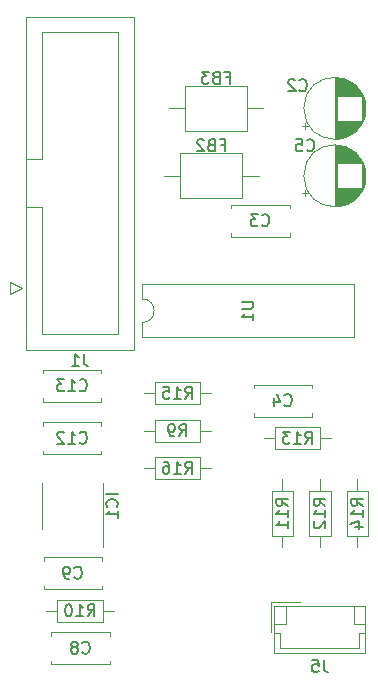
<source format=gbr>
%TF.GenerationSoftware,KiCad,Pcbnew,(5.1.10)-1*%
%TF.CreationDate,2022-02-04T18:44:23-05:00*%
%TF.ProjectId,BIGRIG_OUTPUT,42494752-4947-45f4-9f55-545055542e6b,rev?*%
%TF.SameCoordinates,Original*%
%TF.FileFunction,Legend,Bot*%
%TF.FilePolarity,Positive*%
%FSLAX46Y46*%
G04 Gerber Fmt 4.6, Leading zero omitted, Abs format (unit mm)*
G04 Created by KiCad (PCBNEW (5.1.10)-1) date 2022-02-04 18:44:23*
%MOMM*%
%LPD*%
G01*
G04 APERTURE LIST*
%ADD10C,0.120000*%
%ADD11C,0.150000*%
G04 APERTURE END LIST*
D10*
%TO.C,R15*%
X50470000Y-76835000D02*
X51420000Y-76835000D01*
X56210000Y-76835000D02*
X55260000Y-76835000D01*
X51420000Y-75915000D02*
X55260000Y-75915000D01*
X51420000Y-77755000D02*
X51420000Y-75915000D01*
X55260000Y-77755000D02*
X51420000Y-77755000D01*
X55260000Y-75915000D02*
X55260000Y-77755000D01*
%TO.C,C2*%
X64100225Y-54430000D02*
X64100225Y-53930000D01*
X63850225Y-54180000D02*
X64350225Y-54180000D01*
X69256000Y-52989000D02*
X69256000Y-52421000D01*
X69216000Y-53223000D02*
X69216000Y-52187000D01*
X69176000Y-53382000D02*
X69176000Y-52028000D01*
X69136000Y-53510000D02*
X69136000Y-51900000D01*
X69096000Y-53620000D02*
X69096000Y-51790000D01*
X69056000Y-53716000D02*
X69056000Y-51694000D01*
X69016000Y-53803000D02*
X69016000Y-51607000D01*
X68976000Y-53883000D02*
X68976000Y-51527000D01*
X68936000Y-51665000D02*
X68936000Y-51454000D01*
X68936000Y-53956000D02*
X68936000Y-53745000D01*
X68896000Y-51665000D02*
X68896000Y-51386000D01*
X68896000Y-54024000D02*
X68896000Y-53745000D01*
X68856000Y-51665000D02*
X68856000Y-51322000D01*
X68856000Y-54088000D02*
X68856000Y-53745000D01*
X68816000Y-51665000D02*
X68816000Y-51262000D01*
X68816000Y-54148000D02*
X68816000Y-53745000D01*
X68776000Y-51665000D02*
X68776000Y-51205000D01*
X68776000Y-54205000D02*
X68776000Y-53745000D01*
X68736000Y-51665000D02*
X68736000Y-51151000D01*
X68736000Y-54259000D02*
X68736000Y-53745000D01*
X68696000Y-51665000D02*
X68696000Y-51100000D01*
X68696000Y-54310000D02*
X68696000Y-53745000D01*
X68656000Y-51665000D02*
X68656000Y-51052000D01*
X68656000Y-54358000D02*
X68656000Y-53745000D01*
X68616000Y-51665000D02*
X68616000Y-51006000D01*
X68616000Y-54404000D02*
X68616000Y-53745000D01*
X68576000Y-51665000D02*
X68576000Y-50962000D01*
X68576000Y-54448000D02*
X68576000Y-53745000D01*
X68536000Y-51665000D02*
X68536000Y-50920000D01*
X68536000Y-54490000D02*
X68536000Y-53745000D01*
X68496000Y-51665000D02*
X68496000Y-50879000D01*
X68496000Y-54531000D02*
X68496000Y-53745000D01*
X68456000Y-51665000D02*
X68456000Y-50841000D01*
X68456000Y-54569000D02*
X68456000Y-53745000D01*
X68416000Y-51665000D02*
X68416000Y-50804000D01*
X68416000Y-54606000D02*
X68416000Y-53745000D01*
X68376000Y-51665000D02*
X68376000Y-50768000D01*
X68376000Y-54642000D02*
X68376000Y-53745000D01*
X68336000Y-51665000D02*
X68336000Y-50734000D01*
X68336000Y-54676000D02*
X68336000Y-53745000D01*
X68296000Y-51665000D02*
X68296000Y-50701000D01*
X68296000Y-54709000D02*
X68296000Y-53745000D01*
X68256000Y-51665000D02*
X68256000Y-50670000D01*
X68256000Y-54740000D02*
X68256000Y-53745000D01*
X68216000Y-51665000D02*
X68216000Y-50640000D01*
X68216000Y-54770000D02*
X68216000Y-53745000D01*
X68176000Y-51665000D02*
X68176000Y-50610000D01*
X68176000Y-54800000D02*
X68176000Y-53745000D01*
X68136000Y-51665000D02*
X68136000Y-50583000D01*
X68136000Y-54827000D02*
X68136000Y-53745000D01*
X68096000Y-51665000D02*
X68096000Y-50556000D01*
X68096000Y-54854000D02*
X68096000Y-53745000D01*
X68056000Y-51665000D02*
X68056000Y-50530000D01*
X68056000Y-54880000D02*
X68056000Y-53745000D01*
X68016000Y-51665000D02*
X68016000Y-50505000D01*
X68016000Y-54905000D02*
X68016000Y-53745000D01*
X67976000Y-51665000D02*
X67976000Y-50481000D01*
X67976000Y-54929000D02*
X67976000Y-53745000D01*
X67936000Y-51665000D02*
X67936000Y-50458000D01*
X67936000Y-54952000D02*
X67936000Y-53745000D01*
X67896000Y-51665000D02*
X67896000Y-50437000D01*
X67896000Y-54973000D02*
X67896000Y-53745000D01*
X67856000Y-51665000D02*
X67856000Y-50415000D01*
X67856000Y-54995000D02*
X67856000Y-53745000D01*
X67816000Y-51665000D02*
X67816000Y-50395000D01*
X67816000Y-55015000D02*
X67816000Y-53745000D01*
X67776000Y-51665000D02*
X67776000Y-50376000D01*
X67776000Y-55034000D02*
X67776000Y-53745000D01*
X67736000Y-51665000D02*
X67736000Y-50357000D01*
X67736000Y-55053000D02*
X67736000Y-53745000D01*
X67696000Y-51665000D02*
X67696000Y-50340000D01*
X67696000Y-55070000D02*
X67696000Y-53745000D01*
X67656000Y-51665000D02*
X67656000Y-50323000D01*
X67656000Y-55087000D02*
X67656000Y-53745000D01*
X67616000Y-51665000D02*
X67616000Y-50307000D01*
X67616000Y-55103000D02*
X67616000Y-53745000D01*
X67576000Y-51665000D02*
X67576000Y-50291000D01*
X67576000Y-55119000D02*
X67576000Y-53745000D01*
X67536000Y-51665000D02*
X67536000Y-50277000D01*
X67536000Y-55133000D02*
X67536000Y-53745000D01*
X67496000Y-51665000D02*
X67496000Y-50263000D01*
X67496000Y-55147000D02*
X67496000Y-53745000D01*
X67456000Y-51665000D02*
X67456000Y-50250000D01*
X67456000Y-55160000D02*
X67456000Y-53745000D01*
X67416000Y-51665000D02*
X67416000Y-50237000D01*
X67416000Y-55173000D02*
X67416000Y-53745000D01*
X67376000Y-51665000D02*
X67376000Y-50225000D01*
X67376000Y-55185000D02*
X67376000Y-53745000D01*
X67335000Y-51665000D02*
X67335000Y-50214000D01*
X67335000Y-55196000D02*
X67335000Y-53745000D01*
X67295000Y-51665000D02*
X67295000Y-50204000D01*
X67295000Y-55206000D02*
X67295000Y-53745000D01*
X67255000Y-51665000D02*
X67255000Y-50194000D01*
X67255000Y-55216000D02*
X67255000Y-53745000D01*
X67215000Y-51665000D02*
X67215000Y-50185000D01*
X67215000Y-55225000D02*
X67215000Y-53745000D01*
X67175000Y-51665000D02*
X67175000Y-50177000D01*
X67175000Y-55233000D02*
X67175000Y-53745000D01*
X67135000Y-51665000D02*
X67135000Y-50169000D01*
X67135000Y-55241000D02*
X67135000Y-53745000D01*
X67095000Y-51665000D02*
X67095000Y-50162000D01*
X67095000Y-55248000D02*
X67095000Y-53745000D01*
X67055000Y-51665000D02*
X67055000Y-50155000D01*
X67055000Y-55255000D02*
X67055000Y-53745000D01*
X67015000Y-51665000D02*
X67015000Y-50149000D01*
X67015000Y-55261000D02*
X67015000Y-53745000D01*
X66975000Y-51665000D02*
X66975000Y-50144000D01*
X66975000Y-55266000D02*
X66975000Y-53745000D01*
X66935000Y-51665000D02*
X66935000Y-50140000D01*
X66935000Y-55270000D02*
X66935000Y-53745000D01*
X66895000Y-51665000D02*
X66895000Y-50136000D01*
X66895000Y-55274000D02*
X66895000Y-53745000D01*
X66855000Y-55278000D02*
X66855000Y-50132000D01*
X66815000Y-55281000D02*
X66815000Y-50129000D01*
X66775000Y-55283000D02*
X66775000Y-50127000D01*
X66735000Y-55284000D02*
X66735000Y-50126000D01*
X66695000Y-55285000D02*
X66695000Y-50125000D01*
X66655000Y-55285000D02*
X66655000Y-50125000D01*
X69275000Y-52705000D02*
G75*
G03*
X69275000Y-52705000I-2620000J0D01*
G01*
%TO.C,C3*%
X62835000Y-60860000D02*
X57895000Y-60860000D01*
X62835000Y-63600000D02*
X57895000Y-63600000D01*
X62835000Y-60860000D02*
X62835000Y-61175000D01*
X62835000Y-63285000D02*
X62835000Y-63600000D01*
X57895000Y-60860000D02*
X57895000Y-61175000D01*
X57895000Y-63285000D02*
X57895000Y-63600000D01*
%TO.C,C4*%
X59800000Y-78525000D02*
X59800000Y-78840000D01*
X59800000Y-76100000D02*
X59800000Y-76415000D01*
X64740000Y-78525000D02*
X64740000Y-78840000D01*
X64740000Y-76100000D02*
X64740000Y-76415000D01*
X64740000Y-78840000D02*
X59800000Y-78840000D01*
X64740000Y-76100000D02*
X59800000Y-76100000D01*
%TO.C,C5*%
X69275000Y-58420000D02*
G75*
G03*
X69275000Y-58420000I-2620000J0D01*
G01*
X66655000Y-61000000D02*
X66655000Y-55840000D01*
X66695000Y-61000000D02*
X66695000Y-55840000D01*
X66735000Y-60999000D02*
X66735000Y-55841000D01*
X66775000Y-60998000D02*
X66775000Y-55842000D01*
X66815000Y-60996000D02*
X66815000Y-55844000D01*
X66855000Y-60993000D02*
X66855000Y-55847000D01*
X66895000Y-60989000D02*
X66895000Y-59460000D01*
X66895000Y-57380000D02*
X66895000Y-55851000D01*
X66935000Y-60985000D02*
X66935000Y-59460000D01*
X66935000Y-57380000D02*
X66935000Y-55855000D01*
X66975000Y-60981000D02*
X66975000Y-59460000D01*
X66975000Y-57380000D02*
X66975000Y-55859000D01*
X67015000Y-60976000D02*
X67015000Y-59460000D01*
X67015000Y-57380000D02*
X67015000Y-55864000D01*
X67055000Y-60970000D02*
X67055000Y-59460000D01*
X67055000Y-57380000D02*
X67055000Y-55870000D01*
X67095000Y-60963000D02*
X67095000Y-59460000D01*
X67095000Y-57380000D02*
X67095000Y-55877000D01*
X67135000Y-60956000D02*
X67135000Y-59460000D01*
X67135000Y-57380000D02*
X67135000Y-55884000D01*
X67175000Y-60948000D02*
X67175000Y-59460000D01*
X67175000Y-57380000D02*
X67175000Y-55892000D01*
X67215000Y-60940000D02*
X67215000Y-59460000D01*
X67215000Y-57380000D02*
X67215000Y-55900000D01*
X67255000Y-60931000D02*
X67255000Y-59460000D01*
X67255000Y-57380000D02*
X67255000Y-55909000D01*
X67295000Y-60921000D02*
X67295000Y-59460000D01*
X67295000Y-57380000D02*
X67295000Y-55919000D01*
X67335000Y-60911000D02*
X67335000Y-59460000D01*
X67335000Y-57380000D02*
X67335000Y-55929000D01*
X67376000Y-60900000D02*
X67376000Y-59460000D01*
X67376000Y-57380000D02*
X67376000Y-55940000D01*
X67416000Y-60888000D02*
X67416000Y-59460000D01*
X67416000Y-57380000D02*
X67416000Y-55952000D01*
X67456000Y-60875000D02*
X67456000Y-59460000D01*
X67456000Y-57380000D02*
X67456000Y-55965000D01*
X67496000Y-60862000D02*
X67496000Y-59460000D01*
X67496000Y-57380000D02*
X67496000Y-55978000D01*
X67536000Y-60848000D02*
X67536000Y-59460000D01*
X67536000Y-57380000D02*
X67536000Y-55992000D01*
X67576000Y-60834000D02*
X67576000Y-59460000D01*
X67576000Y-57380000D02*
X67576000Y-56006000D01*
X67616000Y-60818000D02*
X67616000Y-59460000D01*
X67616000Y-57380000D02*
X67616000Y-56022000D01*
X67656000Y-60802000D02*
X67656000Y-59460000D01*
X67656000Y-57380000D02*
X67656000Y-56038000D01*
X67696000Y-60785000D02*
X67696000Y-59460000D01*
X67696000Y-57380000D02*
X67696000Y-56055000D01*
X67736000Y-60768000D02*
X67736000Y-59460000D01*
X67736000Y-57380000D02*
X67736000Y-56072000D01*
X67776000Y-60749000D02*
X67776000Y-59460000D01*
X67776000Y-57380000D02*
X67776000Y-56091000D01*
X67816000Y-60730000D02*
X67816000Y-59460000D01*
X67816000Y-57380000D02*
X67816000Y-56110000D01*
X67856000Y-60710000D02*
X67856000Y-59460000D01*
X67856000Y-57380000D02*
X67856000Y-56130000D01*
X67896000Y-60688000D02*
X67896000Y-59460000D01*
X67896000Y-57380000D02*
X67896000Y-56152000D01*
X67936000Y-60667000D02*
X67936000Y-59460000D01*
X67936000Y-57380000D02*
X67936000Y-56173000D01*
X67976000Y-60644000D02*
X67976000Y-59460000D01*
X67976000Y-57380000D02*
X67976000Y-56196000D01*
X68016000Y-60620000D02*
X68016000Y-59460000D01*
X68016000Y-57380000D02*
X68016000Y-56220000D01*
X68056000Y-60595000D02*
X68056000Y-59460000D01*
X68056000Y-57380000D02*
X68056000Y-56245000D01*
X68096000Y-60569000D02*
X68096000Y-59460000D01*
X68096000Y-57380000D02*
X68096000Y-56271000D01*
X68136000Y-60542000D02*
X68136000Y-59460000D01*
X68136000Y-57380000D02*
X68136000Y-56298000D01*
X68176000Y-60515000D02*
X68176000Y-59460000D01*
X68176000Y-57380000D02*
X68176000Y-56325000D01*
X68216000Y-60485000D02*
X68216000Y-59460000D01*
X68216000Y-57380000D02*
X68216000Y-56355000D01*
X68256000Y-60455000D02*
X68256000Y-59460000D01*
X68256000Y-57380000D02*
X68256000Y-56385000D01*
X68296000Y-60424000D02*
X68296000Y-59460000D01*
X68296000Y-57380000D02*
X68296000Y-56416000D01*
X68336000Y-60391000D02*
X68336000Y-59460000D01*
X68336000Y-57380000D02*
X68336000Y-56449000D01*
X68376000Y-60357000D02*
X68376000Y-59460000D01*
X68376000Y-57380000D02*
X68376000Y-56483000D01*
X68416000Y-60321000D02*
X68416000Y-59460000D01*
X68416000Y-57380000D02*
X68416000Y-56519000D01*
X68456000Y-60284000D02*
X68456000Y-59460000D01*
X68456000Y-57380000D02*
X68456000Y-56556000D01*
X68496000Y-60246000D02*
X68496000Y-59460000D01*
X68496000Y-57380000D02*
X68496000Y-56594000D01*
X68536000Y-60205000D02*
X68536000Y-59460000D01*
X68536000Y-57380000D02*
X68536000Y-56635000D01*
X68576000Y-60163000D02*
X68576000Y-59460000D01*
X68576000Y-57380000D02*
X68576000Y-56677000D01*
X68616000Y-60119000D02*
X68616000Y-59460000D01*
X68616000Y-57380000D02*
X68616000Y-56721000D01*
X68656000Y-60073000D02*
X68656000Y-59460000D01*
X68656000Y-57380000D02*
X68656000Y-56767000D01*
X68696000Y-60025000D02*
X68696000Y-59460000D01*
X68696000Y-57380000D02*
X68696000Y-56815000D01*
X68736000Y-59974000D02*
X68736000Y-59460000D01*
X68736000Y-57380000D02*
X68736000Y-56866000D01*
X68776000Y-59920000D02*
X68776000Y-59460000D01*
X68776000Y-57380000D02*
X68776000Y-56920000D01*
X68816000Y-59863000D02*
X68816000Y-59460000D01*
X68816000Y-57380000D02*
X68816000Y-56977000D01*
X68856000Y-59803000D02*
X68856000Y-59460000D01*
X68856000Y-57380000D02*
X68856000Y-57037000D01*
X68896000Y-59739000D02*
X68896000Y-59460000D01*
X68896000Y-57380000D02*
X68896000Y-57101000D01*
X68936000Y-59671000D02*
X68936000Y-59460000D01*
X68936000Y-57380000D02*
X68936000Y-57169000D01*
X68976000Y-59598000D02*
X68976000Y-57242000D01*
X69016000Y-59518000D02*
X69016000Y-57322000D01*
X69056000Y-59431000D02*
X69056000Y-57409000D01*
X69096000Y-59335000D02*
X69096000Y-57505000D01*
X69136000Y-59225000D02*
X69136000Y-57615000D01*
X69176000Y-59097000D02*
X69176000Y-57743000D01*
X69216000Y-58938000D02*
X69216000Y-57902000D01*
X69256000Y-58704000D02*
X69256000Y-58136000D01*
X63850225Y-59895000D02*
X64350225Y-59895000D01*
X64100225Y-60145000D02*
X64100225Y-59645000D01*
%TO.C,C8*%
X42655000Y-99480000D02*
X42655000Y-99795000D01*
X42655000Y-97055000D02*
X42655000Y-97370000D01*
X47595000Y-99480000D02*
X47595000Y-99795000D01*
X47595000Y-97055000D02*
X47595000Y-97370000D01*
X47595000Y-99795000D02*
X42655000Y-99795000D01*
X47595000Y-97055000D02*
X42655000Y-97055000D01*
%TO.C,C9*%
X46960000Y-90705000D02*
X42020000Y-90705000D01*
X46960000Y-93445000D02*
X42020000Y-93445000D01*
X46960000Y-90705000D02*
X46960000Y-91020000D01*
X46960000Y-93130000D02*
X46960000Y-93445000D01*
X42020000Y-90705000D02*
X42020000Y-91020000D01*
X42020000Y-93130000D02*
X42020000Y-93445000D01*
%TO.C,C12*%
X46880000Y-79590000D02*
X46880000Y-79275000D01*
X46880000Y-82015000D02*
X46880000Y-81700000D01*
X41940000Y-79590000D02*
X41940000Y-79275000D01*
X41940000Y-82015000D02*
X41940000Y-81700000D01*
X41940000Y-79275000D02*
X46880000Y-79275000D01*
X41940000Y-82015000D02*
X46880000Y-82015000D01*
%TO.C,C13*%
X41940000Y-77570000D02*
X46880000Y-77570000D01*
X41940000Y-74830000D02*
X46880000Y-74830000D01*
X41940000Y-77570000D02*
X41940000Y-77255000D01*
X41940000Y-75145000D02*
X41940000Y-74830000D01*
X46880000Y-77570000D02*
X46880000Y-77255000D01*
X46880000Y-75145000D02*
X46880000Y-74830000D01*
%TO.C,FB2*%
X58834000Y-56500000D02*
X58834000Y-60340000D01*
X58834000Y-60340000D02*
X53594000Y-60340000D01*
X53594000Y-60340000D02*
X53594000Y-56500000D01*
X53594000Y-56500000D02*
X58834000Y-56500000D01*
X60214000Y-58420000D02*
X58834000Y-58420000D01*
X52214000Y-58420000D02*
X53594000Y-58420000D01*
%TO.C,FB3*%
X52595000Y-52705000D02*
X53975000Y-52705000D01*
X60595000Y-52705000D02*
X59215000Y-52705000D01*
X53975000Y-50785000D02*
X59215000Y-50785000D01*
X53975000Y-54625000D02*
X53975000Y-50785000D01*
X59215000Y-54625000D02*
X53975000Y-54625000D01*
X59215000Y-50785000D02*
X59215000Y-54625000D01*
%TO.C,IC1*%
X41890000Y-86360000D02*
X41890000Y-84410000D01*
X41890000Y-86360000D02*
X41890000Y-88310000D01*
X47010000Y-86360000D02*
X47010000Y-84410000D01*
X47010000Y-86360000D02*
X47010000Y-89810000D01*
%TO.C,J1*%
X40525000Y-73155000D02*
X49645000Y-73155000D01*
X49645000Y-73155000D02*
X49645000Y-44955000D01*
X49645000Y-44955000D02*
X40525000Y-44955000D01*
X40525000Y-44955000D02*
X40525000Y-73155000D01*
X40525000Y-61105000D02*
X41835000Y-61105000D01*
X41835000Y-61105000D02*
X41835000Y-71855000D01*
X41835000Y-71855000D02*
X48335000Y-71855000D01*
X48335000Y-71855000D02*
X48335000Y-46255000D01*
X48335000Y-46255000D02*
X41835000Y-46255000D01*
X41835000Y-46255000D02*
X41835000Y-57005000D01*
X41835000Y-57005000D02*
X41835000Y-57005000D01*
X41835000Y-57005000D02*
X40525000Y-57005000D01*
X40135000Y-67945000D02*
X39135000Y-68445000D01*
X39135000Y-68445000D02*
X39135000Y-67445000D01*
X39135000Y-67445000D02*
X40135000Y-67945000D01*
%TO.C,J5*%
X61525000Y-98865000D02*
X61525000Y-94845000D01*
X61525000Y-94845000D02*
X69245000Y-94845000D01*
X69245000Y-94845000D02*
X69245000Y-98865000D01*
X69245000Y-98865000D02*
X61525000Y-98865000D01*
X61525000Y-97155000D02*
X62025000Y-97155000D01*
X62025000Y-97155000D02*
X62025000Y-98365000D01*
X62025000Y-98365000D02*
X68745000Y-98365000D01*
X68745000Y-98365000D02*
X68745000Y-97155000D01*
X68745000Y-97155000D02*
X69245000Y-97155000D01*
X61525000Y-96345000D02*
X62525000Y-96345000D01*
X62525000Y-96345000D02*
X62525000Y-94845000D01*
X69245000Y-96345000D02*
X68245000Y-96345000D01*
X68245000Y-96345000D02*
X68245000Y-94845000D01*
X61225000Y-97045000D02*
X61225000Y-94545000D01*
X61225000Y-94545000D02*
X63725000Y-94545000D01*
%TO.C,R9*%
X56210000Y-80010000D02*
X55260000Y-80010000D01*
X50470000Y-80010000D02*
X51420000Y-80010000D01*
X55260000Y-80930000D02*
X51420000Y-80930000D01*
X55260000Y-79090000D02*
X55260000Y-80930000D01*
X51420000Y-79090000D02*
X55260000Y-79090000D01*
X51420000Y-80930000D02*
X51420000Y-79090000D01*
%TO.C,R10*%
X43165000Y-96170000D02*
X43165000Y-94330000D01*
X43165000Y-94330000D02*
X47005000Y-94330000D01*
X47005000Y-94330000D02*
X47005000Y-96170000D01*
X47005000Y-96170000D02*
X43165000Y-96170000D01*
X42215000Y-95250000D02*
X43165000Y-95250000D01*
X47955000Y-95250000D02*
X47005000Y-95250000D01*
%TO.C,R11*%
X62230000Y-89865000D02*
X62230000Y-88915000D01*
X62230000Y-84125000D02*
X62230000Y-85075000D01*
X61310000Y-88915000D02*
X61310000Y-85075000D01*
X63150000Y-88915000D02*
X61310000Y-88915000D01*
X63150000Y-85075000D02*
X63150000Y-88915000D01*
X61310000Y-85075000D02*
X63150000Y-85075000D01*
%TO.C,R12*%
X64485000Y-85075000D02*
X66325000Y-85075000D01*
X66325000Y-85075000D02*
X66325000Y-88915000D01*
X66325000Y-88915000D02*
X64485000Y-88915000D01*
X64485000Y-88915000D02*
X64485000Y-85075000D01*
X65405000Y-84125000D02*
X65405000Y-85075000D01*
X65405000Y-89865000D02*
X65405000Y-88915000D01*
%TO.C,R13*%
X65420000Y-79725000D02*
X65420000Y-81565000D01*
X65420000Y-81565000D02*
X61580000Y-81565000D01*
X61580000Y-81565000D02*
X61580000Y-79725000D01*
X61580000Y-79725000D02*
X65420000Y-79725000D01*
X66370000Y-80645000D02*
X65420000Y-80645000D01*
X60630000Y-80645000D02*
X61580000Y-80645000D01*
%TO.C,R14*%
X68580000Y-84125000D02*
X68580000Y-85075000D01*
X68580000Y-89865000D02*
X68580000Y-88915000D01*
X69500000Y-85075000D02*
X69500000Y-88915000D01*
X67660000Y-85075000D02*
X69500000Y-85075000D01*
X67660000Y-88915000D02*
X67660000Y-85075000D01*
X69500000Y-88915000D02*
X67660000Y-88915000D01*
%TO.C,R16*%
X51420000Y-84105000D02*
X51420000Y-82265000D01*
X51420000Y-82265000D02*
X55260000Y-82265000D01*
X55260000Y-82265000D02*
X55260000Y-84105000D01*
X55260000Y-84105000D02*
X51420000Y-84105000D01*
X50470000Y-83185000D02*
X51420000Y-83185000D01*
X56210000Y-83185000D02*
X55260000Y-83185000D01*
%TO.C,U1*%
X50359000Y-68850000D02*
X50359000Y-67600000D01*
X50359000Y-67600000D02*
X68259000Y-67600000D01*
X68259000Y-67600000D02*
X68259000Y-72100000D01*
X68259000Y-72100000D02*
X50359000Y-72100000D01*
X50359000Y-72100000D02*
X50359000Y-70850000D01*
X50359000Y-70850000D02*
G75*
G03*
X50359000Y-68850000I0J1000000D01*
G01*
%TO.C,R15*%
D11*
X53982857Y-77287380D02*
X54316190Y-76811190D01*
X54554285Y-77287380D02*
X54554285Y-76287380D01*
X54173333Y-76287380D01*
X54078095Y-76335000D01*
X54030476Y-76382619D01*
X53982857Y-76477857D01*
X53982857Y-76620714D01*
X54030476Y-76715952D01*
X54078095Y-76763571D01*
X54173333Y-76811190D01*
X54554285Y-76811190D01*
X53030476Y-77287380D02*
X53601904Y-77287380D01*
X53316190Y-77287380D02*
X53316190Y-76287380D01*
X53411428Y-76430238D01*
X53506666Y-76525476D01*
X53601904Y-76573095D01*
X52125714Y-76287380D02*
X52601904Y-76287380D01*
X52649523Y-76763571D01*
X52601904Y-76715952D01*
X52506666Y-76668333D01*
X52268571Y-76668333D01*
X52173333Y-76715952D01*
X52125714Y-76763571D01*
X52078095Y-76858809D01*
X52078095Y-77096904D01*
X52125714Y-77192142D01*
X52173333Y-77239761D01*
X52268571Y-77287380D01*
X52506666Y-77287380D01*
X52601904Y-77239761D01*
X52649523Y-77192142D01*
%TO.C,C2*%
X63666666Y-51157142D02*
X63714285Y-51204761D01*
X63857142Y-51252380D01*
X63952380Y-51252380D01*
X64095238Y-51204761D01*
X64190476Y-51109523D01*
X64238095Y-51014285D01*
X64285714Y-50823809D01*
X64285714Y-50680952D01*
X64238095Y-50490476D01*
X64190476Y-50395238D01*
X64095238Y-50300000D01*
X63952380Y-50252380D01*
X63857142Y-50252380D01*
X63714285Y-50300000D01*
X63666666Y-50347619D01*
X63285714Y-50347619D02*
X63238095Y-50300000D01*
X63142857Y-50252380D01*
X62904761Y-50252380D01*
X62809523Y-50300000D01*
X62761904Y-50347619D01*
X62714285Y-50442857D01*
X62714285Y-50538095D01*
X62761904Y-50680952D01*
X63333333Y-51252380D01*
X62714285Y-51252380D01*
%TO.C,C3*%
X60491666Y-62587142D02*
X60539285Y-62634761D01*
X60682142Y-62682380D01*
X60777380Y-62682380D01*
X60920238Y-62634761D01*
X61015476Y-62539523D01*
X61063095Y-62444285D01*
X61110714Y-62253809D01*
X61110714Y-62110952D01*
X61063095Y-61920476D01*
X61015476Y-61825238D01*
X60920238Y-61730000D01*
X60777380Y-61682380D01*
X60682142Y-61682380D01*
X60539285Y-61730000D01*
X60491666Y-61777619D01*
X60158333Y-61682380D02*
X59539285Y-61682380D01*
X59872619Y-62063333D01*
X59729761Y-62063333D01*
X59634523Y-62110952D01*
X59586904Y-62158571D01*
X59539285Y-62253809D01*
X59539285Y-62491904D01*
X59586904Y-62587142D01*
X59634523Y-62634761D01*
X59729761Y-62682380D01*
X60015476Y-62682380D01*
X60110714Y-62634761D01*
X60158333Y-62587142D01*
%TO.C,C4*%
X62396666Y-77827142D02*
X62444285Y-77874761D01*
X62587142Y-77922380D01*
X62682380Y-77922380D01*
X62825238Y-77874761D01*
X62920476Y-77779523D01*
X62968095Y-77684285D01*
X63015714Y-77493809D01*
X63015714Y-77350952D01*
X62968095Y-77160476D01*
X62920476Y-77065238D01*
X62825238Y-76970000D01*
X62682380Y-76922380D01*
X62587142Y-76922380D01*
X62444285Y-76970000D01*
X62396666Y-77017619D01*
X61539523Y-77255714D02*
X61539523Y-77922380D01*
X61777619Y-76874761D02*
X62015714Y-77589047D01*
X61396666Y-77589047D01*
%TO.C,C5*%
X64301666Y-56237142D02*
X64349285Y-56284761D01*
X64492142Y-56332380D01*
X64587380Y-56332380D01*
X64730238Y-56284761D01*
X64825476Y-56189523D01*
X64873095Y-56094285D01*
X64920714Y-55903809D01*
X64920714Y-55760952D01*
X64873095Y-55570476D01*
X64825476Y-55475238D01*
X64730238Y-55380000D01*
X64587380Y-55332380D01*
X64492142Y-55332380D01*
X64349285Y-55380000D01*
X64301666Y-55427619D01*
X63396904Y-55332380D02*
X63873095Y-55332380D01*
X63920714Y-55808571D01*
X63873095Y-55760952D01*
X63777857Y-55713333D01*
X63539761Y-55713333D01*
X63444523Y-55760952D01*
X63396904Y-55808571D01*
X63349285Y-55903809D01*
X63349285Y-56141904D01*
X63396904Y-56237142D01*
X63444523Y-56284761D01*
X63539761Y-56332380D01*
X63777857Y-56332380D01*
X63873095Y-56284761D01*
X63920714Y-56237142D01*
%TO.C,C8*%
X45291666Y-98782142D02*
X45339285Y-98829761D01*
X45482142Y-98877380D01*
X45577380Y-98877380D01*
X45720238Y-98829761D01*
X45815476Y-98734523D01*
X45863095Y-98639285D01*
X45910714Y-98448809D01*
X45910714Y-98305952D01*
X45863095Y-98115476D01*
X45815476Y-98020238D01*
X45720238Y-97925000D01*
X45577380Y-97877380D01*
X45482142Y-97877380D01*
X45339285Y-97925000D01*
X45291666Y-97972619D01*
X44720238Y-98305952D02*
X44815476Y-98258333D01*
X44863095Y-98210714D01*
X44910714Y-98115476D01*
X44910714Y-98067857D01*
X44863095Y-97972619D01*
X44815476Y-97925000D01*
X44720238Y-97877380D01*
X44529761Y-97877380D01*
X44434523Y-97925000D01*
X44386904Y-97972619D01*
X44339285Y-98067857D01*
X44339285Y-98115476D01*
X44386904Y-98210714D01*
X44434523Y-98258333D01*
X44529761Y-98305952D01*
X44720238Y-98305952D01*
X44815476Y-98353571D01*
X44863095Y-98401190D01*
X44910714Y-98496428D01*
X44910714Y-98686904D01*
X44863095Y-98782142D01*
X44815476Y-98829761D01*
X44720238Y-98877380D01*
X44529761Y-98877380D01*
X44434523Y-98829761D01*
X44386904Y-98782142D01*
X44339285Y-98686904D01*
X44339285Y-98496428D01*
X44386904Y-98401190D01*
X44434523Y-98353571D01*
X44529761Y-98305952D01*
%TO.C,C9*%
X44616666Y-92432142D02*
X44664285Y-92479761D01*
X44807142Y-92527380D01*
X44902380Y-92527380D01*
X45045238Y-92479761D01*
X45140476Y-92384523D01*
X45188095Y-92289285D01*
X45235714Y-92098809D01*
X45235714Y-91955952D01*
X45188095Y-91765476D01*
X45140476Y-91670238D01*
X45045238Y-91575000D01*
X44902380Y-91527380D01*
X44807142Y-91527380D01*
X44664285Y-91575000D01*
X44616666Y-91622619D01*
X44140476Y-92527380D02*
X43950000Y-92527380D01*
X43854761Y-92479761D01*
X43807142Y-92432142D01*
X43711904Y-92289285D01*
X43664285Y-92098809D01*
X43664285Y-91717857D01*
X43711904Y-91622619D01*
X43759523Y-91575000D01*
X43854761Y-91527380D01*
X44045238Y-91527380D01*
X44140476Y-91575000D01*
X44188095Y-91622619D01*
X44235714Y-91717857D01*
X44235714Y-91955952D01*
X44188095Y-92051190D01*
X44140476Y-92098809D01*
X44045238Y-92146428D01*
X43854761Y-92146428D01*
X43759523Y-92098809D01*
X43711904Y-92051190D01*
X43664285Y-91955952D01*
%TO.C,C12*%
X45052857Y-81002142D02*
X45100476Y-81049761D01*
X45243333Y-81097380D01*
X45338571Y-81097380D01*
X45481428Y-81049761D01*
X45576666Y-80954523D01*
X45624285Y-80859285D01*
X45671904Y-80668809D01*
X45671904Y-80525952D01*
X45624285Y-80335476D01*
X45576666Y-80240238D01*
X45481428Y-80145000D01*
X45338571Y-80097380D01*
X45243333Y-80097380D01*
X45100476Y-80145000D01*
X45052857Y-80192619D01*
X44100476Y-81097380D02*
X44671904Y-81097380D01*
X44386190Y-81097380D02*
X44386190Y-80097380D01*
X44481428Y-80240238D01*
X44576666Y-80335476D01*
X44671904Y-80383095D01*
X43719523Y-80192619D02*
X43671904Y-80145000D01*
X43576666Y-80097380D01*
X43338571Y-80097380D01*
X43243333Y-80145000D01*
X43195714Y-80192619D01*
X43148095Y-80287857D01*
X43148095Y-80383095D01*
X43195714Y-80525952D01*
X43767142Y-81097380D01*
X43148095Y-81097380D01*
%TO.C,C13*%
X45052857Y-76557142D02*
X45100476Y-76604761D01*
X45243333Y-76652380D01*
X45338571Y-76652380D01*
X45481428Y-76604761D01*
X45576666Y-76509523D01*
X45624285Y-76414285D01*
X45671904Y-76223809D01*
X45671904Y-76080952D01*
X45624285Y-75890476D01*
X45576666Y-75795238D01*
X45481428Y-75700000D01*
X45338571Y-75652380D01*
X45243333Y-75652380D01*
X45100476Y-75700000D01*
X45052857Y-75747619D01*
X44100476Y-76652380D02*
X44671904Y-76652380D01*
X44386190Y-76652380D02*
X44386190Y-75652380D01*
X44481428Y-75795238D01*
X44576666Y-75890476D01*
X44671904Y-75938095D01*
X43767142Y-75652380D02*
X43148095Y-75652380D01*
X43481428Y-76033333D01*
X43338571Y-76033333D01*
X43243333Y-76080952D01*
X43195714Y-76128571D01*
X43148095Y-76223809D01*
X43148095Y-76461904D01*
X43195714Y-76557142D01*
X43243333Y-76604761D01*
X43338571Y-76652380D01*
X43624285Y-76652380D01*
X43719523Y-76604761D01*
X43767142Y-76557142D01*
%TO.C,FB2*%
X57047333Y-55808571D02*
X57380666Y-55808571D01*
X57380666Y-56332380D02*
X57380666Y-55332380D01*
X56904476Y-55332380D01*
X56190190Y-55808571D02*
X56047333Y-55856190D01*
X55999714Y-55903809D01*
X55952095Y-55999047D01*
X55952095Y-56141904D01*
X55999714Y-56237142D01*
X56047333Y-56284761D01*
X56142571Y-56332380D01*
X56523523Y-56332380D01*
X56523523Y-55332380D01*
X56190190Y-55332380D01*
X56094952Y-55380000D01*
X56047333Y-55427619D01*
X55999714Y-55522857D01*
X55999714Y-55618095D01*
X56047333Y-55713333D01*
X56094952Y-55760952D01*
X56190190Y-55808571D01*
X56523523Y-55808571D01*
X55571142Y-55427619D02*
X55523523Y-55380000D01*
X55428285Y-55332380D01*
X55190190Y-55332380D01*
X55094952Y-55380000D01*
X55047333Y-55427619D01*
X54999714Y-55522857D01*
X54999714Y-55618095D01*
X55047333Y-55760952D01*
X55618761Y-56332380D01*
X54999714Y-56332380D01*
%TO.C,FB3*%
X57428333Y-50093571D02*
X57761666Y-50093571D01*
X57761666Y-50617380D02*
X57761666Y-49617380D01*
X57285476Y-49617380D01*
X56571190Y-50093571D02*
X56428333Y-50141190D01*
X56380714Y-50188809D01*
X56333095Y-50284047D01*
X56333095Y-50426904D01*
X56380714Y-50522142D01*
X56428333Y-50569761D01*
X56523571Y-50617380D01*
X56904523Y-50617380D01*
X56904523Y-49617380D01*
X56571190Y-49617380D01*
X56475952Y-49665000D01*
X56428333Y-49712619D01*
X56380714Y-49807857D01*
X56380714Y-49903095D01*
X56428333Y-49998333D01*
X56475952Y-50045952D01*
X56571190Y-50093571D01*
X56904523Y-50093571D01*
X55999761Y-49617380D02*
X55380714Y-49617380D01*
X55714047Y-49998333D01*
X55571190Y-49998333D01*
X55475952Y-50045952D01*
X55428333Y-50093571D01*
X55380714Y-50188809D01*
X55380714Y-50426904D01*
X55428333Y-50522142D01*
X55475952Y-50569761D01*
X55571190Y-50617380D01*
X55856904Y-50617380D01*
X55952142Y-50569761D01*
X55999761Y-50522142D01*
%TO.C,IC1*%
X48302380Y-85383809D02*
X47302380Y-85383809D01*
X48207142Y-86431428D02*
X48254761Y-86383809D01*
X48302380Y-86240952D01*
X48302380Y-86145714D01*
X48254761Y-86002857D01*
X48159523Y-85907619D01*
X48064285Y-85860000D01*
X47873809Y-85812380D01*
X47730952Y-85812380D01*
X47540476Y-85860000D01*
X47445238Y-85907619D01*
X47350000Y-86002857D01*
X47302380Y-86145714D01*
X47302380Y-86240952D01*
X47350000Y-86383809D01*
X47397619Y-86431428D01*
X48302380Y-87383809D02*
X48302380Y-86812380D01*
X48302380Y-87098095D02*
X47302380Y-87098095D01*
X47445238Y-87002857D01*
X47540476Y-86907619D01*
X47588095Y-86812380D01*
%TO.C,J1*%
X45418333Y-73497380D02*
X45418333Y-74211666D01*
X45465952Y-74354523D01*
X45561190Y-74449761D01*
X45704047Y-74497380D01*
X45799285Y-74497380D01*
X44418333Y-74497380D02*
X44989761Y-74497380D01*
X44704047Y-74497380D02*
X44704047Y-73497380D01*
X44799285Y-73640238D01*
X44894523Y-73735476D01*
X44989761Y-73783095D01*
%TO.C,J5*%
X65718333Y-99407380D02*
X65718333Y-100121666D01*
X65765952Y-100264523D01*
X65861190Y-100359761D01*
X66004047Y-100407380D01*
X66099285Y-100407380D01*
X64765952Y-99407380D02*
X65242142Y-99407380D01*
X65289761Y-99883571D01*
X65242142Y-99835952D01*
X65146904Y-99788333D01*
X64908809Y-99788333D01*
X64813571Y-99835952D01*
X64765952Y-99883571D01*
X64718333Y-99978809D01*
X64718333Y-100216904D01*
X64765952Y-100312142D01*
X64813571Y-100359761D01*
X64908809Y-100407380D01*
X65146904Y-100407380D01*
X65242142Y-100359761D01*
X65289761Y-100312142D01*
%TO.C,R9*%
X53506666Y-80462380D02*
X53840000Y-79986190D01*
X54078095Y-80462380D02*
X54078095Y-79462380D01*
X53697142Y-79462380D01*
X53601904Y-79510000D01*
X53554285Y-79557619D01*
X53506666Y-79652857D01*
X53506666Y-79795714D01*
X53554285Y-79890952D01*
X53601904Y-79938571D01*
X53697142Y-79986190D01*
X54078095Y-79986190D01*
X53030476Y-80462380D02*
X52840000Y-80462380D01*
X52744761Y-80414761D01*
X52697142Y-80367142D01*
X52601904Y-80224285D01*
X52554285Y-80033809D01*
X52554285Y-79652857D01*
X52601904Y-79557619D01*
X52649523Y-79510000D01*
X52744761Y-79462380D01*
X52935238Y-79462380D01*
X53030476Y-79510000D01*
X53078095Y-79557619D01*
X53125714Y-79652857D01*
X53125714Y-79890952D01*
X53078095Y-79986190D01*
X53030476Y-80033809D01*
X52935238Y-80081428D01*
X52744761Y-80081428D01*
X52649523Y-80033809D01*
X52601904Y-79986190D01*
X52554285Y-79890952D01*
%TO.C,R10*%
X45727857Y-95702380D02*
X46061190Y-95226190D01*
X46299285Y-95702380D02*
X46299285Y-94702380D01*
X45918333Y-94702380D01*
X45823095Y-94750000D01*
X45775476Y-94797619D01*
X45727857Y-94892857D01*
X45727857Y-95035714D01*
X45775476Y-95130952D01*
X45823095Y-95178571D01*
X45918333Y-95226190D01*
X46299285Y-95226190D01*
X44775476Y-95702380D02*
X45346904Y-95702380D01*
X45061190Y-95702380D02*
X45061190Y-94702380D01*
X45156428Y-94845238D01*
X45251666Y-94940476D01*
X45346904Y-94988095D01*
X44156428Y-94702380D02*
X44061190Y-94702380D01*
X43965952Y-94750000D01*
X43918333Y-94797619D01*
X43870714Y-94892857D01*
X43823095Y-95083333D01*
X43823095Y-95321428D01*
X43870714Y-95511904D01*
X43918333Y-95607142D01*
X43965952Y-95654761D01*
X44061190Y-95702380D01*
X44156428Y-95702380D01*
X44251666Y-95654761D01*
X44299285Y-95607142D01*
X44346904Y-95511904D01*
X44394523Y-95321428D01*
X44394523Y-95083333D01*
X44346904Y-94892857D01*
X44299285Y-94797619D01*
X44251666Y-94750000D01*
X44156428Y-94702380D01*
%TO.C,R11*%
X62682380Y-86352142D02*
X62206190Y-86018809D01*
X62682380Y-85780714D02*
X61682380Y-85780714D01*
X61682380Y-86161666D01*
X61730000Y-86256904D01*
X61777619Y-86304523D01*
X61872857Y-86352142D01*
X62015714Y-86352142D01*
X62110952Y-86304523D01*
X62158571Y-86256904D01*
X62206190Y-86161666D01*
X62206190Y-85780714D01*
X62682380Y-87304523D02*
X62682380Y-86733095D01*
X62682380Y-87018809D02*
X61682380Y-87018809D01*
X61825238Y-86923571D01*
X61920476Y-86828333D01*
X61968095Y-86733095D01*
X62682380Y-88256904D02*
X62682380Y-87685476D01*
X62682380Y-87971190D02*
X61682380Y-87971190D01*
X61825238Y-87875952D01*
X61920476Y-87780714D01*
X61968095Y-87685476D01*
%TO.C,R12*%
X65857380Y-86352142D02*
X65381190Y-86018809D01*
X65857380Y-85780714D02*
X64857380Y-85780714D01*
X64857380Y-86161666D01*
X64905000Y-86256904D01*
X64952619Y-86304523D01*
X65047857Y-86352142D01*
X65190714Y-86352142D01*
X65285952Y-86304523D01*
X65333571Y-86256904D01*
X65381190Y-86161666D01*
X65381190Y-85780714D01*
X65857380Y-87304523D02*
X65857380Y-86733095D01*
X65857380Y-87018809D02*
X64857380Y-87018809D01*
X65000238Y-86923571D01*
X65095476Y-86828333D01*
X65143095Y-86733095D01*
X64952619Y-87685476D02*
X64905000Y-87733095D01*
X64857380Y-87828333D01*
X64857380Y-88066428D01*
X64905000Y-88161666D01*
X64952619Y-88209285D01*
X65047857Y-88256904D01*
X65143095Y-88256904D01*
X65285952Y-88209285D01*
X65857380Y-87637857D01*
X65857380Y-88256904D01*
%TO.C,R13*%
X64142857Y-81097380D02*
X64476190Y-80621190D01*
X64714285Y-81097380D02*
X64714285Y-80097380D01*
X64333333Y-80097380D01*
X64238095Y-80145000D01*
X64190476Y-80192619D01*
X64142857Y-80287857D01*
X64142857Y-80430714D01*
X64190476Y-80525952D01*
X64238095Y-80573571D01*
X64333333Y-80621190D01*
X64714285Y-80621190D01*
X63190476Y-81097380D02*
X63761904Y-81097380D01*
X63476190Y-81097380D02*
X63476190Y-80097380D01*
X63571428Y-80240238D01*
X63666666Y-80335476D01*
X63761904Y-80383095D01*
X62857142Y-80097380D02*
X62238095Y-80097380D01*
X62571428Y-80478333D01*
X62428571Y-80478333D01*
X62333333Y-80525952D01*
X62285714Y-80573571D01*
X62238095Y-80668809D01*
X62238095Y-80906904D01*
X62285714Y-81002142D01*
X62333333Y-81049761D01*
X62428571Y-81097380D01*
X62714285Y-81097380D01*
X62809523Y-81049761D01*
X62857142Y-81002142D01*
%TO.C,R14*%
X69032380Y-86352142D02*
X68556190Y-86018809D01*
X69032380Y-85780714D02*
X68032380Y-85780714D01*
X68032380Y-86161666D01*
X68080000Y-86256904D01*
X68127619Y-86304523D01*
X68222857Y-86352142D01*
X68365714Y-86352142D01*
X68460952Y-86304523D01*
X68508571Y-86256904D01*
X68556190Y-86161666D01*
X68556190Y-85780714D01*
X69032380Y-87304523D02*
X69032380Y-86733095D01*
X69032380Y-87018809D02*
X68032380Y-87018809D01*
X68175238Y-86923571D01*
X68270476Y-86828333D01*
X68318095Y-86733095D01*
X68365714Y-88161666D02*
X69032380Y-88161666D01*
X67984761Y-87923571D02*
X68699047Y-87685476D01*
X68699047Y-88304523D01*
%TO.C,R16*%
X53982857Y-83637380D02*
X54316190Y-83161190D01*
X54554285Y-83637380D02*
X54554285Y-82637380D01*
X54173333Y-82637380D01*
X54078095Y-82685000D01*
X54030476Y-82732619D01*
X53982857Y-82827857D01*
X53982857Y-82970714D01*
X54030476Y-83065952D01*
X54078095Y-83113571D01*
X54173333Y-83161190D01*
X54554285Y-83161190D01*
X53030476Y-83637380D02*
X53601904Y-83637380D01*
X53316190Y-83637380D02*
X53316190Y-82637380D01*
X53411428Y-82780238D01*
X53506666Y-82875476D01*
X53601904Y-82923095D01*
X52173333Y-82637380D02*
X52363809Y-82637380D01*
X52459047Y-82685000D01*
X52506666Y-82732619D01*
X52601904Y-82875476D01*
X52649523Y-83065952D01*
X52649523Y-83446904D01*
X52601904Y-83542142D01*
X52554285Y-83589761D01*
X52459047Y-83637380D01*
X52268571Y-83637380D01*
X52173333Y-83589761D01*
X52125714Y-83542142D01*
X52078095Y-83446904D01*
X52078095Y-83208809D01*
X52125714Y-83113571D01*
X52173333Y-83065952D01*
X52268571Y-83018333D01*
X52459047Y-83018333D01*
X52554285Y-83065952D01*
X52601904Y-83113571D01*
X52649523Y-83208809D01*
%TO.C,U1*%
X58761380Y-69088095D02*
X59570904Y-69088095D01*
X59666142Y-69135714D01*
X59713761Y-69183333D01*
X59761380Y-69278571D01*
X59761380Y-69469047D01*
X59713761Y-69564285D01*
X59666142Y-69611904D01*
X59570904Y-69659523D01*
X58761380Y-69659523D01*
X59761380Y-70659523D02*
X59761380Y-70088095D01*
X59761380Y-70373809D02*
X58761380Y-70373809D01*
X58904238Y-70278571D01*
X58999476Y-70183333D01*
X59047095Y-70088095D01*
%TD*%
M02*

</source>
